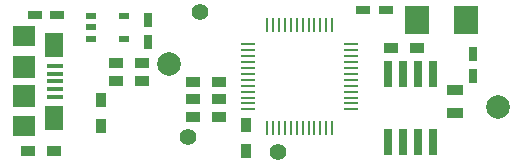
<source format=gbr>
G04 #@! TF.FileFunction,Soldermask,Top*
%FSLAX46Y46*%
G04 Gerber Fmt 4.6, Leading zero omitted, Abs format (unit mm)*
G04 Created by KiCad (PCBNEW 4.0.2-stable) date 13.08.2016 20:54:57*
%MOMM*%
G01*
G04 APERTURE LIST*
%ADD10C,0.100000*%
%ADD11C,2.000000*%
%ADD12R,0.800000X2.200000*%
%ADD13R,1.350000X0.400000*%
%ADD14R,1.900000X1.800000*%
%ADD15R,1.600000X2.100000*%
%ADD16R,1.900000X1.900000*%
%ADD17R,1.200000X0.750000*%
%ADD18R,0.750000X1.200000*%
%ADD19R,1.397000X0.889000*%
%ADD20R,1.200000X0.900000*%
%ADD21R,0.900000X1.200000*%
%ADD22R,0.900000X0.600000*%
%ADD23R,1.300000X0.250000*%
%ADD24R,0.250000X1.300000*%
%ADD25R,2.000000X2.400000*%
%ADD26C,1.397000*%
G04 APERTURE END LIST*
D10*
D11*
X72755760Y-38160960D03*
X44846240Y-34518600D03*
D12*
X63436500Y-41160500D03*
X64706500Y-41160500D03*
X65976500Y-41160500D03*
X67246500Y-41160500D03*
X67246500Y-35420500D03*
X65976500Y-35420500D03*
X64706500Y-35420500D03*
X63436500Y-35420500D03*
D13*
X35250500Y-34704500D03*
X35250500Y-35354500D03*
X35250500Y-36004500D03*
X35250500Y-36654500D03*
X35250500Y-37304500D03*
D14*
X32575500Y-32204500D03*
X32575500Y-39804500D03*
D15*
X35125500Y-32904500D03*
D16*
X32575500Y-34804500D03*
X32575500Y-37204500D03*
D15*
X35125500Y-39104500D03*
D17*
X63243500Y-29972000D03*
X61343500Y-29972000D03*
D18*
X70612000Y-33657500D03*
X70612000Y-35557500D03*
D17*
X35430500Y-30416500D03*
X33530500Y-30416500D03*
D18*
X43116500Y-30800000D03*
X43116500Y-32700000D03*
D19*
X69128640Y-36741100D03*
X69128640Y-38646100D03*
D20*
X63670000Y-33210500D03*
X65870000Y-33210500D03*
D21*
X51371500Y-39667000D03*
X51371500Y-41867000D03*
D20*
X46906000Y-36068000D03*
X49106000Y-36068000D03*
X46906000Y-37528500D03*
X49106000Y-37528500D03*
X49106000Y-38989000D03*
X46906000Y-38989000D03*
X40365500Y-34417000D03*
X42565500Y-34417000D03*
D21*
X39116000Y-37571500D03*
X39116000Y-39771500D03*
D20*
X40365500Y-36004500D03*
X42565500Y-36004500D03*
X35136000Y-41910000D03*
X32936000Y-41910000D03*
D22*
X41087500Y-32382500D03*
X38287500Y-31432500D03*
X41087500Y-30482500D03*
X38287500Y-32382500D03*
X38287500Y-30482500D03*
D23*
X60293500Y-38373500D03*
X60293500Y-37873500D03*
X60293500Y-37373500D03*
X60293500Y-36873500D03*
X60293500Y-36373500D03*
X60293500Y-35873500D03*
X60293500Y-35373500D03*
X60293500Y-34873500D03*
X60293500Y-34373500D03*
X60293500Y-33873500D03*
X60293500Y-33373500D03*
X60293500Y-32873500D03*
D24*
X58693500Y-31273500D03*
X58193500Y-31273500D03*
X57693500Y-31273500D03*
X57193500Y-31273500D03*
X56693500Y-31273500D03*
X56193500Y-31273500D03*
X55693500Y-31273500D03*
X55193500Y-31273500D03*
X54693500Y-31273500D03*
X54193500Y-31273500D03*
X53693500Y-31273500D03*
X53193500Y-31273500D03*
D23*
X51593500Y-32873500D03*
X51593500Y-33373500D03*
X51593500Y-33873500D03*
X51593500Y-34373500D03*
X51593500Y-34873500D03*
X51593500Y-35373500D03*
X51593500Y-35873500D03*
X51593500Y-36373500D03*
X51593500Y-36873500D03*
X51593500Y-37373500D03*
X51593500Y-37873500D03*
X51593500Y-38373500D03*
D24*
X53193500Y-39973500D03*
X53693500Y-39973500D03*
X54193500Y-39973500D03*
X54693500Y-39973500D03*
X55193500Y-39973500D03*
X55693500Y-39973500D03*
X56193500Y-39973500D03*
X56693500Y-39973500D03*
X57193500Y-39973500D03*
X57693500Y-39973500D03*
X58193500Y-39973500D03*
X58693500Y-39973500D03*
D25*
X65895000Y-30797500D03*
X69995000Y-30797500D03*
D26*
X46451520Y-40726360D03*
X54102000Y-41973500D03*
X47513240Y-30139640D03*
M02*

</source>
